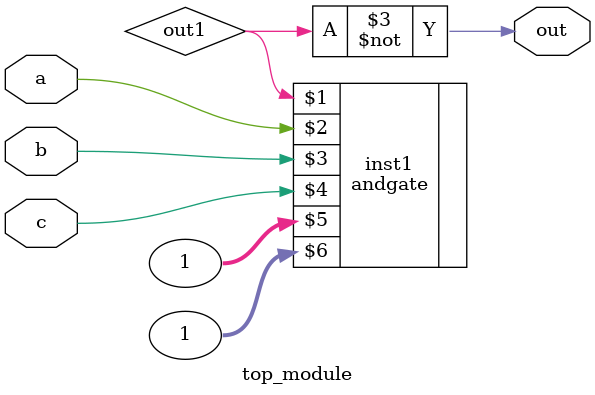
<source format=v>
module top_module (input a, input b, input c, output out);
    wire out1;

    andgate inst1 ( out1, a, b, c,1,1 );
    assign out = ~out1;

endmodule

</source>
